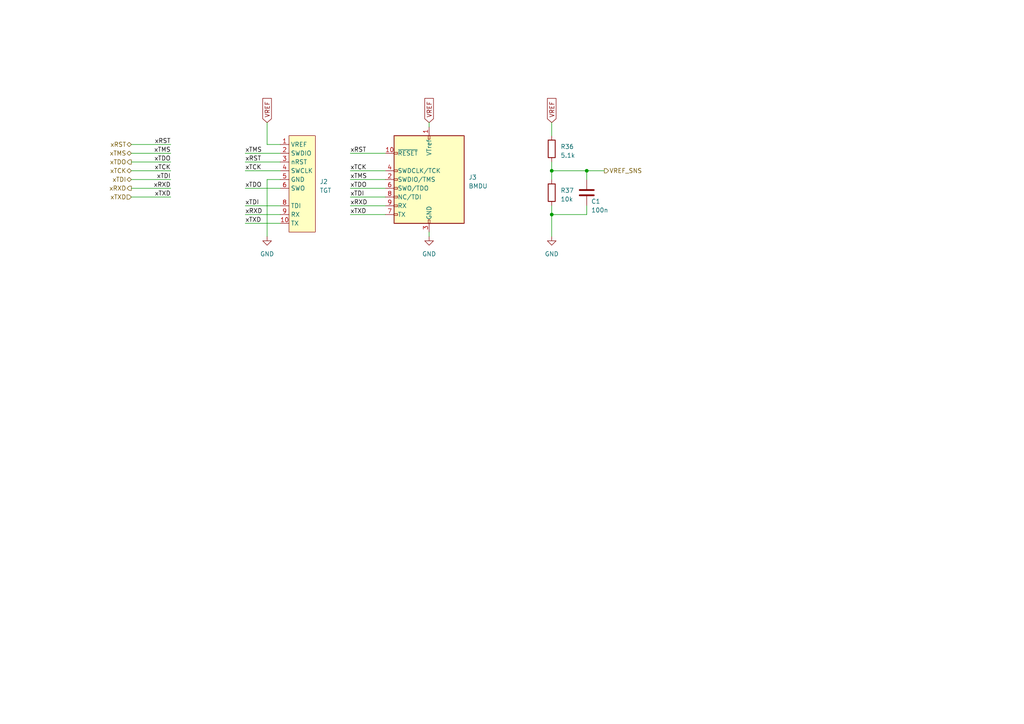
<source format=kicad_sch>
(kicad_sch (version 20230121) (generator eeschema)

  (uuid b7735a91-fd0e-4f40-8bc4-06286ea76576)

  (paper "A4")

  (title_block
    (title "net-bmp")
    (date "2023-11-11")
    (rev "b")
    (company "elagil")
  )

  (lib_symbols
    (symbol "Connectors_Debug:ARM_BMDU_10" (pin_names (offset 1.016)) (in_bom yes) (on_board yes)
      (property "Reference" "J" (at -2.54 16.51 0)
        (effects (font (size 1.27 1.27)) (justify right))
      )
      (property "Value" "ARM_BMDU_10" (at -2.54 13.97 0)
        (effects (font (size 1.27 1.27)) (justify right bottom))
      )
      (property "Footprint" "" (at 0 0 0)
        (effects (font (size 1.27 1.27)) hide)
      )
      (property "Datasheet" "http://infocenter.arm.com/help/topic/com.arm.doc.ddi0314h/DDI0314H_coresight_components_trm.pdf" (at -8.89 -31.75 90)
        (effects (font (size 1.27 1.27)) hide)
      )
      (property "ki_keywords" "Cortex Debug Connector ARM SWD JTAG" (at 0 0 0)
        (effects (font (size 1.27 1.27)) hide)
      )
      (property "ki_description" "Cortex Debug Connector, standard ARM Cortex-M SWD and JTAG interface" (at 0 0 0)
        (effects (font (size 1.27 1.27)) hide)
      )
      (property "ki_fp_filters" "PinHeader?2x05?P1.27mm*" (at 0 0 0)
        (effects (font (size 1.27 1.27)) hide)
      )
      (symbol "ARM_BMDU_10_0_1"
        (rectangle (start -10.16 12.7) (end 10.16 -12.7)
          (stroke (width 0.254) (type default))
          (fill (type background))
        )
        (rectangle (start -0.254 -12.7) (end 0.254 -11.684)
          (stroke (width 0) (type default))
          (fill (type none))
        )
        (rectangle (start -0.254 12.7) (end 0.254 11.684)
          (stroke (width 0) (type default))
          (fill (type none))
        )
        (rectangle (start 9.144 -10.414) (end 10.16 -9.906)
          (stroke (width 0) (type default))
          (fill (type none))
        )
        (rectangle (start 9.144 -7.874) (end 10.16 -7.366)
          (stroke (width 0) (type default))
          (fill (type none))
        )
        (rectangle (start 9.144 2.286) (end 10.16 2.794)
          (stroke (width 0) (type default))
          (fill (type none))
        )
        (rectangle (start 10.16 -2.794) (end 9.144 -2.286)
          (stroke (width 0) (type default))
          (fill (type none))
        )
        (rectangle (start 10.16 -0.254) (end 9.144 0.254)
          (stroke (width 0) (type default))
          (fill (type none))
        )
        (rectangle (start 10.16 7.874) (end 9.144 7.366)
          (stroke (width 0) (type default))
          (fill (type none))
        )
      )
      (symbol "ARM_BMDU_10_1_1"
        (rectangle (start 9.144 -5.334) (end 10.16 -4.826)
          (stroke (width 0) (type default))
          (fill (type none))
        )
        (pin power_in line (at 0 15.24 270) (length 2.54)
          (name "VTref" (effects (font (size 1.27 1.27))))
          (number "1" (effects (font (size 1.27 1.27))))
        )
        (pin open_collector line (at 12.7 7.62 180) (length 2.54)
          (name "~{RESET}" (effects (font (size 1.27 1.27))))
          (number "10" (effects (font (size 1.27 1.27))))
        )
        (pin bidirectional line (at 12.7 0 180) (length 2.54)
          (name "SWDIO/TMS" (effects (font (size 1.27 1.27))))
          (number "2" (effects (font (size 1.27 1.27))))
        )
        (pin power_in line (at 0 -15.24 90) (length 2.54)
          (name "GND" (effects (font (size 1.27 1.27))))
          (number "3" (effects (font (size 1.27 1.27))))
        )
        (pin output line (at 12.7 2.54 180) (length 2.54)
          (name "SWDCLK/TCK" (effects (font (size 1.27 1.27))))
          (number "4" (effects (font (size 1.27 1.27))))
        )
        (pin passive line (at 0 -15.24 90) (length 2.54) hide
          (name "GND" (effects (font (size 1.27 1.27))))
          (number "5" (effects (font (size 1.27 1.27))))
        )
        (pin input line (at 12.7 -2.54 180) (length 2.54)
          (name "SWO/TDO" (effects (font (size 1.27 1.27))))
          (number "6" (effects (font (size 1.27 1.27))))
        )
        (pin output line (at 12.7 -10.16 180) (length 2.54)
          (name "TX" (effects (font (size 1.27 1.27))))
          (number "7" (effects (font (size 1.27 1.27))))
        )
        (pin output line (at 12.7 -5.08 180) (length 2.54)
          (name "NC/TDI" (effects (font (size 1.27 1.27))))
          (number "8" (effects (font (size 1.27 1.27))))
        )
        (pin input line (at 12.7 -7.62 180) (length 2.54)
          (name "RX" (effects (font (size 1.27 1.27))))
          (number "9" (effects (font (size 1.27 1.27))))
        )
      )
    )
    (symbol "Connectors_Debug:REDFIT_SWD_10" (in_bom yes) (on_board yes)
      (property "Reference" "J" (at 0 -26.67 0)
        (effects (font (size 1.27 1.27)))
      )
      (property "Value" "REDFIT_SWD_10" (at 0 6.35 0)
        (effects (font (size 1.27 1.27)))
      )
      (property "Footprint" "" (at 6.35 0 0)
        (effects (font (size 1.27 1.27)) hide)
      )
      (property "Datasheet" "" (at 6.35 0 0)
        (effects (font (size 1.27 1.27)) hide)
      )
      (symbol "REDFIT_SWD_10_0_1"
        (rectangle (start -3.81 2.54) (end 3.81 -25.4)
          (stroke (width 0) (type default))
          (fill (type background))
        )
      )
      (symbol "REDFIT_SWD_10_1_1"
        (pin passive line (at 6.35 0 180) (length 2.54)
          (name "VREF" (effects (font (size 1.27 1.27))))
          (number "1" (effects (font (size 1.27 1.27))))
        )
        (pin bidirectional line (at 6.35 -22.86 180) (length 2.54)
          (name "TX" (effects (font (size 1.27 1.27))))
          (number "10" (effects (font (size 1.27 1.27))))
        )
        (pin bidirectional line (at 6.35 -2.54 180) (length 2.54)
          (name "SWDIO" (effects (font (size 1.27 1.27))))
          (number "2" (effects (font (size 1.27 1.27))))
        )
        (pin bidirectional line (at 6.35 -5.08 180) (length 2.54)
          (name "nRST" (effects (font (size 1.27 1.27))))
          (number "3" (effects (font (size 1.27 1.27))))
        )
        (pin bidirectional line (at 6.35 -7.62 180) (length 2.54)
          (name "SWCLK" (effects (font (size 1.27 1.27))))
          (number "4" (effects (font (size 1.27 1.27))))
        )
        (pin power_in line (at 6.35 -10.16 180) (length 2.54)
          (name "GND" (effects (font (size 1.27 1.27))))
          (number "5" (effects (font (size 1.27 1.27))))
        )
        (pin bidirectional line (at 6.35 -12.7 180) (length 2.54)
          (name "SWO" (effects (font (size 1.27 1.27))))
          (number "6" (effects (font (size 1.27 1.27))))
        )
        (pin bidirectional line (at 6.35 -17.78 180) (length 2.54)
          (name "TDI" (effects (font (size 1.27 1.27))))
          (number "8" (effects (font (size 1.27 1.27))))
        )
        (pin bidirectional line (at 6.35 -20.32 180) (length 2.54)
          (name "RX" (effects (font (size 1.27 1.27))))
          (number "9" (effects (font (size 1.27 1.27))))
        )
      )
    )
    (symbol "Device:C" (pin_numbers hide) (pin_names (offset 0.254)) (in_bom yes) (on_board yes)
      (property "Reference" "C" (at 0.635 2.54 0)
        (effects (font (size 1.27 1.27)) (justify left))
      )
      (property "Value" "C" (at 0.635 -2.54 0)
        (effects (font (size 1.27 1.27)) (justify left))
      )
      (property "Footprint" "" (at 0.9652 -3.81 0)
        (effects (font (size 1.27 1.27)) hide)
      )
      (property "Datasheet" "~" (at 0 0 0)
        (effects (font (size 1.27 1.27)) hide)
      )
      (property "ki_keywords" "cap capacitor" (at 0 0 0)
        (effects (font (size 1.27 1.27)) hide)
      )
      (property "ki_description" "Unpolarized capacitor" (at 0 0 0)
        (effects (font (size 1.27 1.27)) hide)
      )
      (property "ki_fp_filters" "C_*" (at 0 0 0)
        (effects (font (size 1.27 1.27)) hide)
      )
      (symbol "C_0_1"
        (polyline
          (pts
            (xy -2.032 -0.762)
            (xy 2.032 -0.762)
          )
          (stroke (width 0.508) (type default))
          (fill (type none))
        )
        (polyline
          (pts
            (xy -2.032 0.762)
            (xy 2.032 0.762)
          )
          (stroke (width 0.508) (type default))
          (fill (type none))
        )
      )
      (symbol "C_1_1"
        (pin passive line (at 0 3.81 270) (length 2.794)
          (name "~" (effects (font (size 1.27 1.27))))
          (number "1" (effects (font (size 1.27 1.27))))
        )
        (pin passive line (at 0 -3.81 90) (length 2.794)
          (name "~" (effects (font (size 1.27 1.27))))
          (number "2" (effects (font (size 1.27 1.27))))
        )
      )
    )
    (symbol "Device:R" (pin_numbers hide) (pin_names (offset 0)) (in_bom yes) (on_board yes)
      (property "Reference" "R" (at 2.032 0 90)
        (effects (font (size 1.27 1.27)))
      )
      (property "Value" "R" (at 0 0 90)
        (effects (font (size 1.27 1.27)))
      )
      (property "Footprint" "" (at -1.778 0 90)
        (effects (font (size 1.27 1.27)) hide)
      )
      (property "Datasheet" "~" (at 0 0 0)
        (effects (font (size 1.27 1.27)) hide)
      )
      (property "ki_keywords" "R res resistor" (at 0 0 0)
        (effects (font (size 1.27 1.27)) hide)
      )
      (property "ki_description" "Resistor" (at 0 0 0)
        (effects (font (size 1.27 1.27)) hide)
      )
      (property "ki_fp_filters" "R_*" (at 0 0 0)
        (effects (font (size 1.27 1.27)) hide)
      )
      (symbol "R_0_1"
        (rectangle (start -1.016 -2.54) (end 1.016 2.54)
          (stroke (width 0.254) (type default))
          (fill (type none))
        )
      )
      (symbol "R_1_1"
        (pin passive line (at 0 3.81 270) (length 1.27)
          (name "~" (effects (font (size 1.27 1.27))))
          (number "1" (effects (font (size 1.27 1.27))))
        )
        (pin passive line (at 0 -3.81 90) (length 1.27)
          (name "~" (effects (font (size 1.27 1.27))))
          (number "2" (effects (font (size 1.27 1.27))))
        )
      )
    )
    (symbol "power:GND" (power) (pin_names (offset 0)) (in_bom yes) (on_board yes)
      (property "Reference" "#PWR" (at 0 -6.35 0)
        (effects (font (size 1.27 1.27)) hide)
      )
      (property "Value" "GND" (at 0 -3.81 0)
        (effects (font (size 1.27 1.27)))
      )
      (property "Footprint" "" (at 0 0 0)
        (effects (font (size 1.27 1.27)) hide)
      )
      (property "Datasheet" "" (at 0 0 0)
        (effects (font (size 1.27 1.27)) hide)
      )
      (property "ki_keywords" "global power" (at 0 0 0)
        (effects (font (size 1.27 1.27)) hide)
      )
      (property "ki_description" "Power symbol creates a global label with name \"GND\" , ground" (at 0 0 0)
        (effects (font (size 1.27 1.27)) hide)
      )
      (symbol "GND_0_1"
        (polyline
          (pts
            (xy 0 0)
            (xy 0 -1.27)
            (xy 1.27 -1.27)
            (xy 0 -2.54)
            (xy -1.27 -1.27)
            (xy 0 -1.27)
          )
          (stroke (width 0) (type default))
          (fill (type none))
        )
      )
      (symbol "GND_1_1"
        (pin power_in line (at 0 0 270) (length 0) hide
          (name "GND" (effects (font (size 1.27 1.27))))
          (number "1" (effects (font (size 1.27 1.27))))
        )
      )
    )
  )

  (junction (at 170.18 49.53) (diameter 0) (color 0 0 0 0)
    (uuid 71f2b8a9-71e5-49ec-a27d-8233f853ac85)
  )
  (junction (at 160.02 49.53) (diameter 0) (color 0 0 0 0)
    (uuid ccf2f459-8bf7-45b0-b5d1-88f15ef50ec4)
  )
  (junction (at 160.02 62.23) (diameter 0) (color 0 0 0 0)
    (uuid df01a7c7-5b77-409e-a991-419940741ebc)
  )

  (wire (pts (xy 101.6 52.07) (xy 111.76 52.07))
    (stroke (width 0) (type default))
    (uuid 022f45fa-3ab0-4306-ab18-a37997d34ffa)
  )
  (wire (pts (xy 38.1 52.07) (xy 49.53 52.07))
    (stroke (width 0) (type default))
    (uuid 02672a71-722e-42e7-a9cc-8361ddb04ce5)
  )
  (wire (pts (xy 170.18 49.53) (xy 175.26 49.53))
    (stroke (width 0) (type default))
    (uuid 0f2afc07-7fb5-419e-a658-f38edcfb010a)
  )
  (wire (pts (xy 160.02 62.23) (xy 160.02 68.58))
    (stroke (width 0) (type default))
    (uuid 1d7f3936-2f9f-4487-8e1f-90899fcdb68b)
  )
  (wire (pts (xy 38.1 46.99) (xy 49.53 46.99))
    (stroke (width 0) (type default))
    (uuid 2892e13a-82c5-4002-b9cc-4949092220e5)
  )
  (wire (pts (xy 101.6 54.61) (xy 111.76 54.61))
    (stroke (width 0) (type default))
    (uuid 291310a1-dbfc-4985-963a-8c972c16be98)
  )
  (wire (pts (xy 160.02 49.53) (xy 170.18 49.53))
    (stroke (width 0) (type default))
    (uuid 2e5dd4a3-0d0e-483d-a519-16b85b90427d)
  )
  (wire (pts (xy 38.1 41.91) (xy 49.53 41.91))
    (stroke (width 0) (type default))
    (uuid 30444e99-d264-4a45-9049-a3b0364a6de3)
  )
  (wire (pts (xy 160.02 46.99) (xy 160.02 49.53))
    (stroke (width 0) (type default))
    (uuid 319f954f-cf6d-4b9c-aac9-dc94f1585bb9)
  )
  (wire (pts (xy 101.6 57.15) (xy 111.76 57.15))
    (stroke (width 0) (type default))
    (uuid 34535217-99e0-4924-ab43-67e2b69044ae)
  )
  (wire (pts (xy 101.6 59.69) (xy 111.76 59.69))
    (stroke (width 0) (type default))
    (uuid 3790e95d-8872-49b9-ac63-62efe4a319d6)
  )
  (wire (pts (xy 124.46 67.31) (xy 124.46 68.58))
    (stroke (width 0) (type default))
    (uuid 42645684-eefa-4998-8365-d6d3807c6eea)
  )
  (wire (pts (xy 124.46 35.56) (xy 124.46 36.83))
    (stroke (width 0) (type default))
    (uuid 44706e73-bb3f-40ac-a269-6e5fc99669e8)
  )
  (wire (pts (xy 38.1 49.53) (xy 49.53 49.53))
    (stroke (width 0) (type default))
    (uuid 464afe92-1920-4b4d-a9af-4957cf4e25b5)
  )
  (wire (pts (xy 71.12 54.61) (xy 81.28 54.61))
    (stroke (width 0) (type default))
    (uuid 472066b3-d749-455c-b9d5-81771d84eb11)
  )
  (wire (pts (xy 38.1 57.15) (xy 49.53 57.15))
    (stroke (width 0) (type default))
    (uuid 4efc1b29-07cc-430d-8e7d-5798926dd661)
  )
  (wire (pts (xy 71.12 59.69) (xy 81.28 59.69))
    (stroke (width 0) (type default))
    (uuid 68cdb155-9574-4271-a76e-246316fc5c04)
  )
  (wire (pts (xy 101.6 62.23) (xy 111.76 62.23))
    (stroke (width 0) (type default))
    (uuid 6fd38e0b-69b2-4122-93e3-a8c76c1fe7ec)
  )
  (wire (pts (xy 160.02 62.23) (xy 170.18 62.23))
    (stroke (width 0) (type default))
    (uuid 7dc62b95-137f-475e-b0b3-9534e54b020a)
  )
  (wire (pts (xy 81.28 52.07) (xy 77.47 52.07))
    (stroke (width 0) (type default))
    (uuid 9008fc06-c4da-4364-b4e8-a49a9032b089)
  )
  (wire (pts (xy 71.12 49.53) (xy 81.28 49.53))
    (stroke (width 0) (type default))
    (uuid 97abac7b-c188-4a25-bfde-90b33bdb6db5)
  )
  (wire (pts (xy 160.02 35.56) (xy 160.02 39.37))
    (stroke (width 0) (type default))
    (uuid 9810d512-cf58-4cba-a9b5-469ebd2958a5)
  )
  (wire (pts (xy 71.12 64.77) (xy 81.28 64.77))
    (stroke (width 0) (type default))
    (uuid a5695e48-f670-467f-b211-6961dfd14bba)
  )
  (wire (pts (xy 77.47 41.91) (xy 77.47 35.56))
    (stroke (width 0) (type default))
    (uuid a820c22f-1024-4516-8fd7-0c645b27c47b)
  )
  (wire (pts (xy 170.18 49.53) (xy 170.18 52.07))
    (stroke (width 0) (type default))
    (uuid b5682f4c-8f94-4244-8a6e-047e4a917378)
  )
  (wire (pts (xy 170.18 59.69) (xy 170.18 62.23))
    (stroke (width 0) (type default))
    (uuid bc3d7777-d0c0-4b6f-9637-5f057f9f6658)
  )
  (wire (pts (xy 101.6 49.53) (xy 111.76 49.53))
    (stroke (width 0) (type default))
    (uuid bd164275-5a5e-4811-94f7-b4e0454ae605)
  )
  (wire (pts (xy 160.02 59.69) (xy 160.02 62.23))
    (stroke (width 0) (type default))
    (uuid bf7afcf4-0c2a-434b-8449-62550d0f72bc)
  )
  (wire (pts (xy 160.02 49.53) (xy 160.02 52.07))
    (stroke (width 0) (type default))
    (uuid c5efaaaa-7d5b-4f64-a3e2-6208eadd2eec)
  )
  (wire (pts (xy 101.6 44.45) (xy 111.76 44.45))
    (stroke (width 0) (type default))
    (uuid cc730d2b-ed5e-444b-b3e5-296069ef8dcc)
  )
  (wire (pts (xy 71.12 46.99) (xy 81.28 46.99))
    (stroke (width 0) (type default))
    (uuid dfe3cc09-fa33-4b2d-a11a-58398970e79d)
  )
  (wire (pts (xy 71.12 62.23) (xy 81.28 62.23))
    (stroke (width 0) (type default))
    (uuid e2008fa8-c2e3-418b-97f6-dfcd9ee2c4d9)
  )
  (wire (pts (xy 38.1 44.45) (xy 49.53 44.45))
    (stroke (width 0) (type default))
    (uuid e21aaccc-1875-44cb-b25d-29bbdaa1ce1b)
  )
  (wire (pts (xy 81.28 41.91) (xy 77.47 41.91))
    (stroke (width 0) (type default))
    (uuid ebda1e2a-00ae-45fa-bf6e-67c0d2cae3f3)
  )
  (wire (pts (xy 77.47 52.07) (xy 77.47 68.58))
    (stroke (width 0) (type default))
    (uuid efcac34f-9c75-4499-84fa-5e580a8d6535)
  )
  (wire (pts (xy 38.1 54.61) (xy 49.53 54.61))
    (stroke (width 0) (type default))
    (uuid f23175ec-55f6-44d5-b124-2ec7a8b238da)
  )
  (wire (pts (xy 71.12 44.45) (xy 81.28 44.45))
    (stroke (width 0) (type default))
    (uuid f94b895c-7352-4336-8848-8ab153ac5044)
  )

  (label "xTDO" (at 101.6 54.61 0) (fields_autoplaced)
    (effects (font (size 1.27 1.27)) (justify left bottom))
    (uuid 2349d550-f222-43da-86be-1349908570d3)
  )
  (label "xRXD" (at 49.53 54.61 180) (fields_autoplaced)
    (effects (font (size 1.27 1.27)) (justify right bottom))
    (uuid 51d06b8b-b583-49eb-8fa1-a1f9476ea002)
  )
  (label "xTXD" (at 71.12 64.77 0) (fields_autoplaced)
    (effects (font (size 1.27 1.27)) (justify left bottom))
    (uuid 78bb1f34-609f-4233-8f14-795f162e9016)
  )
  (label "xTMS" (at 71.12 44.45 0) (fields_autoplaced)
    (effects (font (size 1.27 1.27)) (justify left bottom))
    (uuid 7bb27bb6-fb06-46dc-82a3-2e18f1addee6)
  )
  (label "xTDI" (at 71.12 59.69 0) (fields_autoplaced)
    (effects (font (size 1.27 1.27)) (justify left bottom))
    (uuid 7f32645e-5951-4f03-8589-daa743dcf7f1)
  )
  (label "xTDO" (at 71.12 54.61 0) (fields_autoplaced)
    (effects (font (size 1.27 1.27)) (justify left bottom))
    (uuid 81424094-1e50-4a92-9674-ca5fb10086f2)
  )
  (label "xRST" (at 49.53 41.91 180) (fields_autoplaced)
    (effects (font (size 1.27 1.27)) (justify right bottom))
    (uuid 904cde5b-15ac-4a90-8840-b8ee83e89525)
  )
  (label "xTDI" (at 49.53 52.07 180) (fields_autoplaced)
    (effects (font (size 1.27 1.27)) (justify right bottom))
    (uuid a36880e4-6226-4735-b438-c614d080e762)
  )
  (label "xRST" (at 71.12 46.99 0) (fields_autoplaced)
    (effects (font (size 1.27 1.27)) (justify left bottom))
    (uuid a3dff920-3c75-4c89-86b9-36ea6719bd18)
  )
  (label "xRXD" (at 101.6 59.69 0) (fields_autoplaced)
    (effects (font (size 1.27 1.27)) (justify left bottom))
    (uuid a8b09947-6a41-4960-9a61-4e99a283f130)
  )
  (label "xTMS" (at 101.6 52.07 0) (fields_autoplaced)
    (effects (font (size 1.27 1.27)) (justify left bottom))
    (uuid aff15e7a-245f-4843-a3e8-787650cd07b9)
  )
  (label "xTXD" (at 49.53 57.15 180) (fields_autoplaced)
    (effects (font (size 1.27 1.27)) (justify right bottom))
    (uuid bd6e799a-28bc-413b-accf-329b1ed13474)
  )
  (label "xTDO" (at 49.53 46.99 180) (fields_autoplaced)
    (effects (font (size 1.27 1.27)) (justify right bottom))
    (uuid c070d764-0b28-4e18-941b-11713e6182b4)
  )
  (label "xRXD" (at 71.12 62.23 0) (fields_autoplaced)
    (effects (font (size 1.27 1.27)) (justify left bottom))
    (uuid c2fbad5b-72e2-47d6-80ad-47b0d46e207e)
  )
  (label "xTCK" (at 49.53 49.53 180) (fields_autoplaced)
    (effects (font (size 1.27 1.27)) (justify right bottom))
    (uuid ceecf7d1-fcad-45d2-9f4c-dec494f74ada)
  )
  (label "xRST" (at 101.6 44.45 0) (fields_autoplaced)
    (effects (font (size 1.27 1.27)) (justify left bottom))
    (uuid da9790f1-cd8e-4cd3-be88-2accf1f23460)
  )
  (label "xTXD" (at 101.6 62.23 0) (fields_autoplaced)
    (effects (font (size 1.27 1.27)) (justify left bottom))
    (uuid dc4fb1ea-f1a6-4c0d-9618-908c81b4705b)
  )
  (label "xTDI" (at 101.6 57.15 0) (fields_autoplaced)
    (effects (font (size 1.27 1.27)) (justify left bottom))
    (uuid e5446539-4cb4-48f4-9ed4-81bdcb6ffcad)
  )
  (label "xTCK" (at 71.12 49.53 0) (fields_autoplaced)
    (effects (font (size 1.27 1.27)) (justify left bottom))
    (uuid ee9833a5-3d53-439f-8cdf-b8677822b8ee)
  )
  (label "xTCK" (at 101.6 49.53 0) (fields_autoplaced)
    (effects (font (size 1.27 1.27)) (justify left bottom))
    (uuid fa0a92c9-8300-4f02-9375-ac857a9ee5fb)
  )
  (label "xTMS" (at 49.53 44.45 180) (fields_autoplaced)
    (effects (font (size 1.27 1.27)) (justify right bottom))
    (uuid fa8df268-b34e-4532-b5c8-c287eeb09f88)
  )

  (global_label "VREF" (shape input) (at 77.47 35.56 90) (fields_autoplaced)
    (effects (font (size 1.27 1.27)) (justify left))
    (uuid 65951540-d330-41dd-9009-a5b1e0d419f1)
    (property "Intersheetrefs" "${INTERSHEET_REFS}" (at 77.47 28.058 90)
      (effects (font (size 1.27 1.27)) (justify left) hide)
    )
  )
  (global_label "VREF" (shape input) (at 124.46 35.56 90) (fields_autoplaced)
    (effects (font (size 1.27 1.27)) (justify left))
    (uuid 9b34969c-cec6-4e1d-99a2-0aa5a9aa9e82)
    (property "Intersheetrefs" "${INTERSHEET_REFS}" (at 124.46 28.058 90)
      (effects (font (size 1.27 1.27)) (justify left) hide)
    )
  )
  (global_label "VREF" (shape input) (at 160.02 35.56 90) (fields_autoplaced)
    (effects (font (size 1.27 1.27)) (justify left))
    (uuid c5e51521-15dc-4eb0-875b-fb155f7ddf06)
    (property "Intersheetrefs" "${INTERSHEET_REFS}" (at 160.02 28.058 90)
      (effects (font (size 1.27 1.27)) (justify left) hide)
    )
  )

  (hierarchical_label "xTMS" (shape bidirectional) (at 38.1 44.45 180) (fields_autoplaced)
    (effects (font (size 1.27 1.27)) (justify right))
    (uuid 19ac99e4-1960-4db1-aecc-637c33feb9b6)
  )
  (hierarchical_label "xRST" (shape bidirectional) (at 38.1 41.91 180) (fields_autoplaced)
    (effects (font (size 1.27 1.27)) (justify right))
    (uuid 458296c5-dce8-4d6b-9508-bcc0c56bfd26)
  )
  (hierarchical_label "xTXD" (shape input) (at 38.1 57.15 180) (fields_autoplaced)
    (effects (font (size 1.27 1.27)) (justify right))
    (uuid 9b768190-a876-4a39-ae71-4437340166c0)
  )
  (hierarchical_label "xTDI" (shape bidirectional) (at 38.1 52.07 180) (fields_autoplaced)
    (effects (font (size 1.27 1.27)) (justify right))
    (uuid a2a71c1f-38fd-4a3c-b368-711f3900f865)
  )
  (hierarchical_label "xTCK" (shape bidirectional) (at 38.1 49.53 180) (fields_autoplaced)
    (effects (font (size 1.27 1.27)) (justify right))
    (uuid c4461eec-4ab1-4ad0-8413-497bfdc85e4c)
  )
  (hierarchical_label "VREF_SNS" (shape output) (at 175.26 49.53 0) (fields_autoplaced)
    (effects (font (size 1.27 1.27)) (justify left))
    (uuid d72327b3-b5dd-4de5-88a1-213748e360af)
  )
  (hierarchical_label "xRXD" (shape output) (at 38.1 54.61 180) (fields_autoplaced)
    (effects (font (size 1.27 1.27)) (justify right))
    (uuid fd801f53-83e2-4abd-95bd-b4991aa4aa2d)
  )
  (hierarchical_label "xTDO" (shape output) (at 38.1 46.99 180) (fields_autoplaced)
    (effects (font (size 1.27 1.27)) (justify right))
    (uuid ff0b9e56-ecc2-495c-99e8-d8d605bf2634)
  )

  (symbol (lib_id "Connectors_Debug:ARM_BMDU_10") (at 124.46 52.07 0) (mirror y) (unit 1)
    (in_bom yes) (on_board yes) (dnp no)
    (uuid 3a1d4097-4689-4841-a06b-28c2e290fd95)
    (property "Reference" "J3" (at 135.89 51.435 0)
      (effects (font (size 1.27 1.27)) (justify right))
    )
    (property "Value" "BMDU" (at 135.89 53.975 0)
      (effects (font (size 1.27 1.27)) (justify right))
    )
    (property "Footprint" "Connector_PinHeader_1.27mm:PinHeader_2x05_P1.27mm_Vertical_SMD" (at 124.46 52.07 0)
      (effects (font (size 1.27 1.27)) hide)
    )
    (property "Datasheet" "http://infocenter.arm.com/help/topic/com.arm.doc.ddi0314h/DDI0314H_coresight_components_trm.pdf" (at 133.35 83.82 90)
      (effects (font (size 1.27 1.27)) hide)
    )
    (property "MPN" "C2972785" (at 124.46 52.07 0)
      (effects (font (size 1.27 1.27)) hide)
    )
    (property "JLCPCB Rotation Offset" "-90" (at 124.46 52.07 0)
      (effects (font (size 1.27 1.27)) hide)
    )
    (pin "1" (uuid 09a824e6-0c70-4654-baf1-3f0738b40e33))
    (pin "10" (uuid 00768bdd-260e-4ac2-8f88-31a7701aa5a0))
    (pin "2" (uuid a023d499-deb6-4be9-aeac-22e00d2cb067))
    (pin "3" (uuid 0afb86e6-1c9e-49ab-a646-dd8fddbf6da7))
    (pin "4" (uuid a2607425-3d32-48fe-9050-5959b55bfc2d))
    (pin "5" (uuid 79969f10-78fc-45f2-ae33-92d310e36508))
    (pin "6" (uuid 792f5d29-a2e4-4e85-806d-a35246aa4990))
    (pin "7" (uuid 4769f654-ef25-4b11-82e6-7d52e77c4b1d))
    (pin "8" (uuid bd054d9a-38b6-4da7-9849-9cc375d87bca))
    (pin "9" (uuid 0909201c-305e-43a5-91c3-26f70ba3a653))
    (instances
      (project "net-bmp"
        (path "/0556e588-02fe-48e5-93e8-fa3aab1c90e7"
          (reference "J3") (unit 1)
        )
        (path "/0556e588-02fe-48e5-93e8-fa3aab1c90e7/12d062bb-94c2-4db0-a1f5-37c072001e0f"
          (reference "J6") (unit 1)
        )
      )
    )
  )

  (symbol (lib_id "Device:R") (at 160.02 55.88 180) (unit 1)
    (in_bom yes) (on_board yes) (dnp no) (fields_autoplaced)
    (uuid 70c5ac56-5d61-4d2b-9e92-6c4ea5f797f2)
    (property "Reference" "R37" (at 162.56 55.245 0)
      (effects (font (size 1.27 1.27)) (justify right))
    )
    (property "Value" "10k" (at 162.56 57.785 0)
      (effects (font (size 1.27 1.27)) (justify right))
    )
    (property "Footprint" "Resistor_SMD:R_0402_1005Metric" (at 161.798 55.88 90)
      (effects (font (size 1.27 1.27)) hide)
    )
    (property "Datasheet" "~" (at 160.02 55.88 0)
      (effects (font (size 1.27 1.27)) hide)
    )
    (property "MPN" "C25744" (at 160.02 55.88 0)
      (effects (font (size 1.27 1.27)) hide)
    )
    (property "JLCPCB Rotation Offset" "" (at 160.02 55.88 0)
      (effects (font (size 1.27 1.27)) hide)
    )
    (pin "1" (uuid a1c75f05-44f5-4b80-a531-03310e995156))
    (pin "2" (uuid 2a898276-9ae6-43d4-a86e-223b36a325d2))
    (instances
      (project "net-bmp"
        (path "/0556e588-02fe-48e5-93e8-fa3aab1c90e7"
          (reference "R37") (unit 1)
        )
        (path "/0556e588-02fe-48e5-93e8-fa3aab1c90e7/e157d64e-477b-4983-afb5-0491664aa612"
          (reference "R32") (unit 1)
        )
        (path "/0556e588-02fe-48e5-93e8-fa3aab1c90e7/12d062bb-94c2-4db0-a1f5-37c072001e0f"
          (reference "R37") (unit 1)
        )
      )
    )
  )

  (symbol (lib_id "Connectors_Debug:REDFIT_SWD_10") (at 87.63 41.91 0) (mirror y) (unit 1)
    (in_bom yes) (on_board yes) (dnp no) (fields_autoplaced)
    (uuid 70f75054-4343-4a1c-a3a7-85aa53df583a)
    (property "Reference" "J2" (at 92.71 52.705 0)
      (effects (font (size 1.27 1.27)) (justify right))
    )
    (property "Value" "TGT" (at 92.71 55.245 0)
      (effects (font (size 1.27 1.27)) (justify right))
    )
    (property "Footprint" "Connector_Debug:WR-WST REDFIT IDC 6 10 DBG" (at 81.28 41.91 0)
      (effects (font (size 1.27 1.27)) hide)
    )
    (property "Datasheet" "" (at 81.28 41.91 0)
      (effects (font (size 1.27 1.27)) hide)
    )
    (property "MPN" "~" (at 87.63 41.91 0)
      (effects (font (size 1.27 1.27)) hide)
    )
    (property "JLCPCB Rotation Offset" "" (at 87.63 41.91 0)
      (effects (font (size 1.27 1.27)) hide)
    )
    (pin "1" (uuid c2e6f5b8-8f4c-4636-95d4-472f6159b43d))
    (pin "10" (uuid a6ddc214-b5f0-4d29-84c6-23e8f134aa15))
    (pin "2" (uuid d583e18b-50fc-4815-a1f4-0c60e0426ed2))
    (pin "3" (uuid 161c3565-aae6-48f2-8a2d-aa649e4d5909))
    (pin "4" (uuid 42a18ba3-002b-4d02-804d-96e2338808ea))
    (pin "5" (uuid c04a48b4-4f3a-4dbd-abba-b748e18e0a69))
    (pin "6" (uuid 31f2f12d-3a6b-487b-82e5-371663603fac))
    (pin "8" (uuid 54d2f141-6748-4988-9075-6e1a27017300))
    (pin "9" (uuid 587e25a9-a94c-4610-970a-843ed4cd0089))
    (instances
      (project "net-bmp"
        (path "/0556e588-02fe-48e5-93e8-fa3aab1c90e7"
          (reference "J2") (unit 1)
        )
        (path "/0556e588-02fe-48e5-93e8-fa3aab1c90e7/12d062bb-94c2-4db0-a1f5-37c072001e0f"
          (reference "J5") (unit 1)
        )
      )
    )
  )

  (symbol (lib_id "power:GND") (at 124.46 68.58 0) (unit 1)
    (in_bom yes) (on_board yes) (dnp no) (fields_autoplaced)
    (uuid 80ab4532-f1f6-4d58-aac1-3bffbe50db82)
    (property "Reference" "#PWR015" (at 124.46 74.93 0)
      (effects (font (size 1.27 1.27)) hide)
    )
    (property "Value" "GND" (at 124.46 73.66 0)
      (effects (font (size 1.27 1.27)))
    )
    (property "Footprint" "" (at 124.46 68.58 0)
      (effects (font (size 1.27 1.27)) hide)
    )
    (property "Datasheet" "" (at 124.46 68.58 0)
      (effects (font (size 1.27 1.27)) hide)
    )
    (pin "1" (uuid dc50a898-c025-4bfd-aa07-d6337a79ade9))
    (instances
      (project "net-bmp"
        (path "/0556e588-02fe-48e5-93e8-fa3aab1c90e7"
          (reference "#PWR015") (unit 1)
        )
        (path "/0556e588-02fe-48e5-93e8-fa3aab1c90e7/12d062bb-94c2-4db0-a1f5-37c072001e0f"
          (reference "#PWR085") (unit 1)
        )
      )
    )
  )

  (symbol (lib_id "Device:R") (at 160.02 43.18 180) (unit 1)
    (in_bom yes) (on_board yes) (dnp no) (fields_autoplaced)
    (uuid 8487e57b-ccef-47d8-a305-2b5f5f79e8a7)
    (property "Reference" "R36" (at 162.56 42.545 0)
      (effects (font (size 1.27 1.27)) (justify right))
    )
    (property "Value" "5.1k" (at 162.56 45.085 0)
      (effects (font (size 1.27 1.27)) (justify right))
    )
    (property "Footprint" "Resistor_SMD:R_0402_1005Metric" (at 161.798 43.18 90)
      (effects (font (size 1.27 1.27)) hide)
    )
    (property "Datasheet" "~" (at 160.02 43.18 0)
      (effects (font (size 1.27 1.27)) hide)
    )
    (property "MPN" "C25905" (at 160.02 43.18 0)
      (effects (font (size 1.27 1.27)) hide)
    )
    (property "JLCPCB Rotation Offset" "" (at 160.02 43.18 0)
      (effects (font (size 1.27 1.27)) hide)
    )
    (pin "1" (uuid 1778f632-5308-4d51-af3e-3e62b6319872))
    (pin "2" (uuid bc12f776-0cad-4c90-b63e-333b7aa09821))
    (instances
      (project "net-bmp"
        (path "/0556e588-02fe-48e5-93e8-fa3aab1c90e7"
          (reference "R36") (unit 1)
        )
        (path "/0556e588-02fe-48e5-93e8-fa3aab1c90e7/e157d64e-477b-4983-afb5-0491664aa612"
          (reference "R31") (unit 1)
        )
        (path "/0556e588-02fe-48e5-93e8-fa3aab1c90e7/12d062bb-94c2-4db0-a1f5-37c072001e0f"
          (reference "R36") (unit 1)
        )
      )
    )
  )

  (symbol (lib_id "Device:C") (at 170.18 55.88 0) (unit 1)
    (in_bom yes) (on_board yes) (dnp no)
    (uuid 90427c21-1fea-4efe-abc8-87872b9a4e79)
    (property "Reference" "C1" (at 171.45 58.42 0)
      (effects (font (size 1.27 1.27)) (justify left))
    )
    (property "Value" "100n" (at 171.45 60.96 0)
      (effects (font (size 1.27 1.27)) (justify left))
    )
    (property "Footprint" "Capacitor_SMD:C_0402_1005Metric" (at 171.1452 59.69 0)
      (effects (font (size 1.27 1.27)) hide)
    )
    (property "Datasheet" "~" (at 170.18 55.88 0)
      (effects (font (size 1.27 1.27)) hide)
    )
    (property "MPN" "C1525" (at 170.18 55.88 0)
      (effects (font (size 1.27 1.27)) hide)
    )
    (property "JLCPCB Rotation Offset" "" (at 170.18 55.88 0)
      (effects (font (size 1.27 1.27)) hide)
    )
    (pin "1" (uuid 248c1b91-c2d1-4bf5-ba36-a3af210a0c87))
    (pin "2" (uuid 1f5cbe64-d4f2-423f-8b29-48357b04b993))
    (instances
      (project "net-bmp"
        (path "/0556e588-02fe-48e5-93e8-fa3aab1c90e7/f036b58b-49af-4369-9bda-2bc3b39a73d2"
          (reference "C1") (unit 1)
        )
        (path "/0556e588-02fe-48e5-93e8-fa3aab1c90e7/05fc74b7-f058-42ca-bffa-27bc74c664f2"
          (reference "C10") (unit 1)
        )
        (path "/0556e588-02fe-48e5-93e8-fa3aab1c90e7/e157d64e-477b-4983-afb5-0491664aa612"
          (reference "C17") (unit 1)
        )
        (path "/0556e588-02fe-48e5-93e8-fa3aab1c90e7"
          (reference "C34") (unit 1)
        )
        (path "/0556e588-02fe-48e5-93e8-fa3aab1c90e7/12d062bb-94c2-4db0-a1f5-37c072001e0f"
          (reference "C35") (unit 1)
        )
      )
    )
  )

  (symbol (lib_id "power:GND") (at 160.02 68.58 0) (unit 1)
    (in_bom yes) (on_board yes) (dnp no)
    (uuid a6f543ee-862e-4e12-8bff-dd0cb5bf48e9)
    (property "Reference" "#PWR084" (at 160.02 74.93 0)
      (effects (font (size 1.27 1.27)) hide)
    )
    (property "Value" "GND" (at 160.02 73.66 0)
      (effects (font (size 1.27 1.27)))
    )
    (property "Footprint" "" (at 160.02 68.58 0)
      (effects (font (size 1.27 1.27)) hide)
    )
    (property "Datasheet" "" (at 160.02 68.58 0)
      (effects (font (size 1.27 1.27)) hide)
    )
    (pin "1" (uuid 474d5fb9-d358-4cdc-a4f1-9e5d15266050))
    (instances
      (project "net-bmp"
        (path "/0556e588-02fe-48e5-93e8-fa3aab1c90e7"
          (reference "#PWR084") (unit 1)
        )
        (path "/0556e588-02fe-48e5-93e8-fa3aab1c90e7/e157d64e-477b-4983-afb5-0491664aa612"
          (reference "#PWR067") (unit 1)
        )
        (path "/0556e588-02fe-48e5-93e8-fa3aab1c90e7/12d062bb-94c2-4db0-a1f5-37c072001e0f"
          (reference "#PWR086") (unit 1)
        )
      )
    )
  )

  (symbol (lib_id "power:GND") (at 77.47 68.58 0) (unit 1)
    (in_bom yes) (on_board yes) (dnp no) (fields_autoplaced)
    (uuid d1508ac8-f81e-4731-a7d0-629cd853b670)
    (property "Reference" "#PWR014" (at 77.47 74.93 0)
      (effects (font (size 1.27 1.27)) hide)
    )
    (property "Value" "GND" (at 77.47 73.66 0)
      (effects (font (size 1.27 1.27)))
    )
    (property "Footprint" "" (at 77.47 68.58 0)
      (effects (font (size 1.27 1.27)) hide)
    )
    (property "Datasheet" "" (at 77.47 68.58 0)
      (effects (font (size 1.27 1.27)) hide)
    )
    (pin "1" (uuid 44d92db8-1ef8-4ce4-9292-39accbc288f2))
    (instances
      (project "net-bmp"
        (path "/0556e588-02fe-48e5-93e8-fa3aab1c90e7"
          (reference "#PWR014") (unit 1)
        )
        (path "/0556e588-02fe-48e5-93e8-fa3aab1c90e7/12d062bb-94c2-4db0-a1f5-37c072001e0f"
          (reference "#PWR084") (unit 1)
        )
      )
    )
  )
)

</source>
